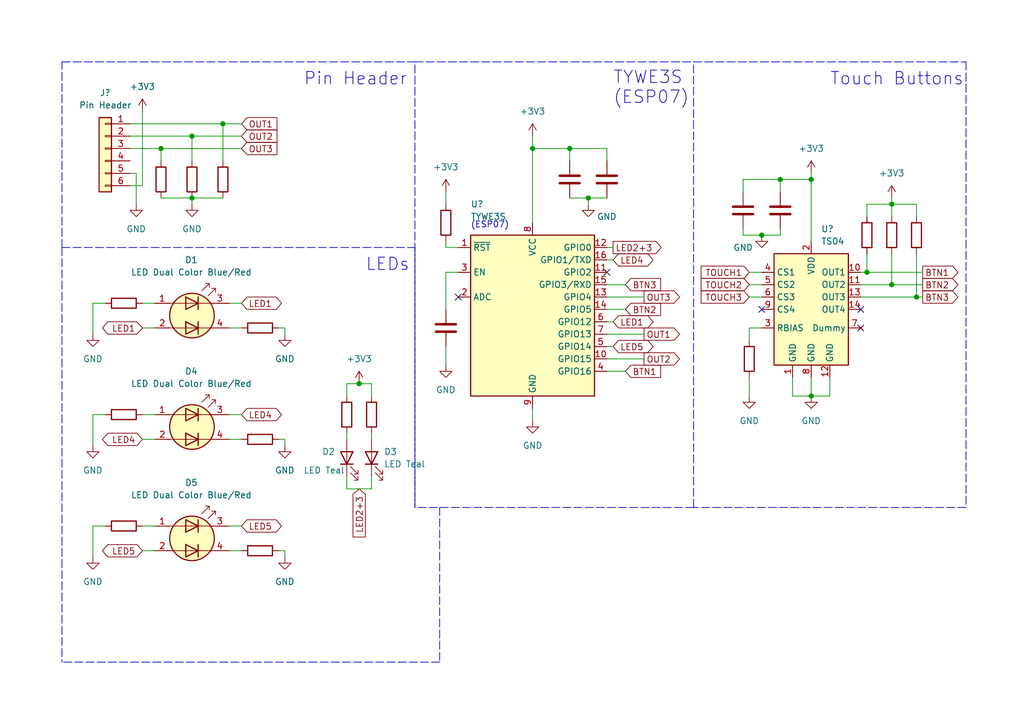
<source format=kicad_sch>
(kicad_sch (version 20211123) (generator eeschema)
  (paper "A5")
  (title_block (title "GoKlug TuYa WiFi 1-3 Way Switch") (date "2022-04-17"))
  (lib_symbols
    (symbol "Connector_Generic:Conn_01x06" (pin_names (offset 1.016) hide)
      (property "Reference" "J" (at 0 7.62 0))
      (property "Value" "Conn_01x06" (at 0 -10.16 0))
      (symbol "Conn_01x06_1_1"
        (rectangle (start -1.27 -7.493) (end 0 -7.747) (stroke (width 0.1524)))
        (rectangle (start -1.27 -4.953) (end 0 -5.207) (stroke (width 0.1524)))
        (rectangle (start -1.27 -2.413) (end 0 -2.667) (stroke (width 0.1524)))
        (rectangle (start -1.27 0.127) (end 0 -0.127) (stroke (width 0.1524)))
        (rectangle (start -1.27 2.667) (end 0 2.413) (stroke (width 0.1524)))
        (rectangle (start -1.27 5.207) (end 0 4.953) (stroke (width 0.1524)))
        (rectangle (start -1.27 6.35) (end 1.27 -8.89) (stroke (width 0.254)) (fill (type background)))
        (pin passive line (at -5.08 5.08 0) (length 3.81) (name "Pin_1") (number "1"))
        (pin passive line (at -5.08 2.54 0) (length 3.81) (name "Pin_2") (number "2"))
        (pin passive line (at -5.08 0 0) (length 3.81) (name "Pin_3") (number "3"))
        (pin passive line (at -5.08 -2.54 0) (length 3.81) (name "Pin_4") (number "4"))
        (pin passive line (at -5.08 -5.08 0) (length 3.81) (name "Pin_5") (number "5"))
        (pin passive line (at -5.08 -7.62 0) (length 3.81) (name "Pin_6") (number "6"))
      )
    )
    (symbol "Device:C" (pin_numbers hide) (pin_names (offset 0.254))
      (property "Reference" "C" (at 0.635 2.54 0))
      (property "Value" "C" (at 0.635 -2.54 0))
      (symbol "C_0_1"
        (polyline (pts (xy -2.032 -0.762) (xy 2.032 -0.762)) (stroke (width 0.508)))
        (polyline (pts (xy -2.032 0.762) (xy 2.032 0.762)) (stroke (width 0.508)))
      )
      (symbol "C_1_1"
        (pin passive line (at 0 3.81 270) (length 2.794) (name "~") (number "1"))
        (pin passive line (at 0 -3.81 90) (length 2.794) (name "~") (number "2"))
      )
    )
    (symbol "Device:LED" (pin_numbers hide) (pin_names (offset 1.016) hide)
      (property "Reference" "D" (at 0 2.54 0))
      (property "Value" "LED" (at 0 -2.54 0))
      (symbol "LED_0_1"
        (polyline (pts (xy -1.27 -1.27) (xy -1.27 1.27)) (stroke (width 0.254)))
        (polyline (pts (xy -1.27 0) (xy 1.27 0)))
        (polyline (pts (xy 1.27 -1.27) (xy 1.27 1.27) (xy -1.27 0) (xy 1.27 -1.27)) (stroke (width 0.254)))
        (polyline (pts (xy -3.048 -0.762) (xy -4.572 -2.286) (xy -3.81 -2.286) (xy -4.572 -2.286) (xy -4.572 -1.524)))
        (polyline (pts (xy -1.778 -0.762) (xy -3.302 -2.286) (xy -2.54 -2.286) (xy -3.302 -2.286) (xy -3.302 -1.524)))
      )
      (symbol "LED_1_1"
        (pin passive line (at -3.81 0 0) (length 2.54) (name "K") (number "1"))
        (pin passive line (at 3.81 0 180) (length 2.54) (name "A") (number "2"))
      )
    )
    (symbol "Device:LED_Dual_AAKK" (pin_names (offset 0) hide)
      (property "Reference" "D" (at 0 5.715 0))
      (property "Value" "LED_Dual_AAKK" (at 0 -6.35 0))
      (symbol "LED_Dual_AAKK_0_1"
        (polyline (pts (xy -5.08 -2.54) (xy 2.032 -2.54)))
        (polyline (pts (xy -5.08 2.54) (xy 2.032 2.54)))
        (polyline (pts (xy 1.27 -1.27) (xy 1.27 -3.81)) (stroke (width 0.254)))
        (polyline (pts (xy 1.27 3.81) (xy 1.27 1.27)) (stroke (width 0.254)))
        (polyline (pts (xy 3.81 -2.54) (xy 1.905 -2.54)))
        (polyline (pts (xy 3.81 2.54) (xy 1.905 2.54)))
        (polyline (pts (xy -1.27 -1.27) (xy -1.27 -3.81) (xy 1.27 -2.54) (xy -1.27 -1.27)) (stroke (width 0.254)))
        (polyline (pts (xy -1.27 3.81) (xy -1.27 1.27) (xy 1.27 2.54) (xy -1.27 3.81)) (stroke (width 0.254)))
        (polyline (pts (xy 2.032 5.08) (xy 3.556 6.604) (xy 2.794 6.604) (xy 3.556 6.604) (xy 3.556 5.842)))
        (polyline (pts (xy 3.302 4.064) (xy 4.826 5.588) (xy 4.064 5.588) (xy 4.826 5.588) (xy 4.826 4.826)))
        (circle (center 0 0) (radius 4.572) (stroke (width 0.254)) (fill (type background)))
      )
      (symbol "LED_Dual_AAKK_1_1"
        (pin input line (at -7.62 2.54 0) (length 3.048) (name "A1") (number "1"))
        (pin input line (at -7.62 -2.54 0) (length 3.048) (name "A2") (number "2"))
        (pin input line (at 7.62 2.54 180) (length 3.81) (name "K1") (number "3"))
        (pin input line (at 7.62 -2.54 180) (length 3.81) (name "K2") (number "4"))
      )
    )
    (symbol "Device:R" (pin_numbers hide) (pin_names (offset 0))
      (property "Reference" "R" (at 2.032 0 90))
      (property "Value" "R" (at 0 0 90))
      (symbol "R_0_1"
        (rectangle (start -1.016 -2.54) (end 1.016 2.54) (stroke (width 0.254)))
      )
      (symbol "R_1_1"
        (pin passive line (at 0 3.81 270) (length 1.27) (name "~") (number "1"))
        (pin passive line (at 0 -3.81 90) (length 1.27) (name "~") (number "2"))
      )
    )
    (symbol "RF_Module:ESP-07"
      (property "Reference" "U" (at -12.7 19.05 0))
      (property "Value" "ESP-07" (at 12.7 19.05 0))
      (symbol "ESP-07_0_1"
        (rectangle (start -12.7 17.78) (end 12.7 -15.24) (stroke (width 0.254)) (fill (type background)))
      )
      (symbol "ESP-07_1_1"
        (pin input line (at -15.24 15.24 0) (length 2.54) (name "~{RST}") (number "1"))
        (pin bidirectional line (at 15.24 -7.62 180) (length 2.54) (name "GPIO15") (number "10"))
        (pin bidirectional line (at 15.24 10.16 180) (length 2.54) (name "GPIO2") (number "11"))
        (pin bidirectional line (at 15.24 15.24 180) (length 2.54) (name "GPIO0") (number "12"))
        (pin bidirectional line (at 15.24 5.08 180) (length 2.54) (name "GPIO4") (number "13"))
        (pin bidirectional line (at 15.24 2.54 180) (length 2.54) (name "GPIO5") (number "14"))
        (pin bidirectional line (at 15.24 7.62 180) (length 2.54) (name "GPIO3/RXD") (number "15"))
        (pin bidirectional line (at 15.24 12.7 180) (length 2.54) (name "GPIO1/TXD") (number "16"))
        (pin input line (at -15.24 5.08 0) (length 2.54) (name "ADC") (number "2"))
        (pin input line (at -15.24 10.16 0) (length 2.54) (name "EN") (number "3"))
        (pin bidirectional line (at 15.24 -10.16 180) (length 2.54) (name "GPIO16") (number "4"))
        (pin bidirectional line (at 15.24 -5.08 180) (length 2.54) (name "GPIO14") (number "5"))
        (pin bidirectional line (at 15.24 0 180) (length 2.54) (name "GPIO12") (number "6"))
        (pin bidirectional line (at 15.24 -2.54 180) (length 2.54) (name "GPIO13") (number "7"))
        (pin power_in line (at 0 20.32 270) (length 2.54) (name "VCC") (number "8"))
        (pin power_in line (at 0 -17.78 90) (length 2.54) (name "GND") (number "9"))
      )
    )
    (symbol "crexy:TS04"
      (property "Reference" "U" (at -7.366 12.9032 0))
      (property "Value" "TS04" (at 5.08 12.7 0))
      (symbol "TS04_0_1"
        (rectangle (start 7.62 11.43) (end -7.62 -11.43) (stroke (width 0.254)) (fill (type background)))
      )
      (symbol "TS04_1_1"
        (pin power_in line (at -3.81 -13.97 90) (length 2.54) (name "GND") (number "1"))
        (pin output line (at 10.16 7.62 180) (length 2.54) (name "OUT1") (number "10"))
        (pin output line (at 10.16 5.08 180) (length 2.54) (name "OUT2") (number "11"))
        (pin power_in line (at 3.81 -13.97 90) (length 2.54) (name "GND") (number "12"))
        (pin output line (at 10.16 2.54 180) (length 2.54) (name "OUT3") (number "13"))
        (pin output line (at 10.16 0 180) (length 2.54) (name "OUT4") (number "14"))
        (pin power_in line (at 0 13.97 270) (length 2.54) (name "VDD") (number "2"))
        (pin input line (at -10.16 -3.81 0) (length 2.54) (name "RBIAS") (number "3"))
        (pin input line (at -10.16 7.62 0) (length 2.54) (name "CS1") (number "4"))
        (pin input line (at -10.16 5.08 0) (length 2.54) (name "CS2") (number "5"))
        (pin input line (at -10.16 2.54 0) (length 2.54) (name "CS3") (number "6"))
        (pin no_connect line (at 10.16 -3.81 180) (length 2.54) (name "Dummy") (number "7"))
        (pin power_in line (at 0 -13.97 90) (length 2.54) (name "GND") (number "8"))
        (pin input line (at -10.16 0 0) (length 2.54) (name "CS4") (number "9"))
      )
    )
    (symbol "power:+3V3" (power) (pin_names (offset 0))
      (property "Value" "+3V3" (at 0 3.556 0))
      (symbol "+3V3_0_1"
        (polyline (pts (xy -0.762 1.27) (xy 0 2.54)))
        (polyline (pts (xy 0 0) (xy 0 2.54)))
        (polyline (pts (xy 0 2.54) (xy 0.762 1.27)))
      )
      (symbol "+3V3_1_1"
        (pin power_in line (at 0 0 90) (length 0) hide (name "+3V3") (number "1"))
      )
    )
    (symbol "power:GND" (power) (pin_names (offset 0))
      (property "Value" "GND" (at 0 -3.81 0))
      (symbol "GND_0_1"
        (polyline (pts (xy 0 0) (xy 0 -1.27) (xy 1.27 -1.27) (xy 0 -2.54) (xy -1.27 -1.27) (xy 0 -1.27)))
      )
      (symbol "GND_1_1"
        (pin power_in line (at 0 0 270) (length 0) hide (name "GND") (number "1"))
      )
    )
  )
  (junction (at 120.65 40.64))
  (junction (at 177.8 55.88))
  (junction (at 73.66 78.74))
  (junction (at 116.84 30.48))
  (junction (at 33.02 30.48))
  (junction (at 39.37 27.94))
  (junction (at 187.96 60.96))
  (junction (at 109.22 30.48))
  (junction (at 45.72 25.4))
  (junction (at 166.37 81.28))
  (junction (at 182.88 41.91))
  (junction (at 39.37 40.64))
  (junction (at 182.88 58.42))
  (junction (at 160.02 36.83))
  (junction (at 166.37 36.83))
  (junction (at 156.21 48.26))
  (no_connect (at 93.98 60.96))
  (no_connect (at 124.46 55.88))
  (no_connect (at 156.21 63.5))
  (no_connect (at 176.53 67.31))
  (no_connect (at 176.53 63.5))
  (wire (pts (xy 160.02 36.83) (xy 160.02 39.37)))
  (wire (pts (xy 45.72 25.4) (xy 45.72 33.02)))
  (wire (pts (xy 153.67 67.31) (xy 156.21 67.31)))
  (wire (pts (xy 120.65 40.64) (xy 124.46 40.64)))
  (wire (pts (xy 71.12 97.79) (xy 71.12 100.33)))
  (wire (pts (xy 177.8 41.91) (xy 182.88 41.91)))
  (wire (pts (xy 124.46 68.58) (xy 132.08 68.58)))
  (wire (pts (xy 124.46 73.66) (xy 132.08 73.66)))
  (wire (pts (xy 58.42 90.17) (xy 58.42 91.44)))
  (polyline (pts (xy 90.17 135.89) (xy 12.7 135.89)))
  (wire (pts (xy 177.8 55.88) (xy 189.23 55.88)))
  (wire (pts (xy 91.44 55.88) (xy 91.44 63.5)))
  (wire (pts (xy 27.94 35.56) (xy 27.94 41.91)))
  (wire (pts (xy 153.67 55.88) (xy 156.21 55.88)))
  (polyline (pts (xy 198.12 104.14) (xy 142.24 104.14)))
  (wire (pts (xy 166.37 35.56) (xy 166.37 36.83)))
  (wire (pts (xy 29.21 107.95) (xy 31.75 107.95)))
  (polyline (pts (xy 85.09 104.14) (xy 85.09 12.7)))
  (wire (pts (xy 116.84 30.48) (xy 116.84 33.02)))
  (polyline (pts (xy 142.24 104.14) (xy 142.24 12.7)))
  (wire (pts (xy 71.12 88.9) (xy 71.12 90.17)))
  (wire (pts (xy 124.46 71.12) (xy 125.73 71.12)))
  (wire (pts (xy 182.88 41.91) (xy 187.96 41.91)))
  (wire (pts (xy 39.37 40.64) (xy 39.37 41.91)))
  (wire (pts (xy 26.67 30.48) (xy 33.02 30.48)))
  (wire (pts (xy 46.99 67.31) (xy 49.53 67.31)))
  (wire (pts (xy 39.37 27.94) (xy 49.53 27.94)))
  (polyline (pts (xy 85.09 12.7) (xy 142.24 12.7)))
  (wire (pts (xy 33.02 30.48) (xy 49.53 30.48)))
  (wire (pts (xy 71.12 81.28) (xy 71.12 78.74)))
  (wire (pts (xy 29.21 67.31) (xy 31.75 67.31)))
  (wire (pts (xy 124.46 60.96) (xy 132.08 60.96)))
  (wire (pts (xy 153.67 58.42) (xy 156.21 58.42)))
  (wire (pts (xy 19.05 68.58) (xy 19.05 62.23)))
  (wire (pts (xy 57.15 67.31) (xy 58.42 67.31)))
  (wire (pts (xy 176.53 55.88) (xy 177.8 55.88)))
  (wire (pts (xy 124.46 76.2) (xy 128.27 76.2)))
  (wire (pts (xy 153.67 69.85) (xy 153.67 67.31)))
  (polyline (pts (xy 12.7 12.7) (xy 85.09 12.7)))
  (wire (pts (xy 29.21 90.17) (xy 31.75 90.17)))
  (wire (pts (xy 76.2 81.28) (xy 76.2 78.74)))
  (wire (pts (xy 58.42 67.31) (xy 58.42 68.58)))
  (wire (pts (xy 124.46 66.04) (xy 125.73 66.04)))
  (wire (pts (xy 182.88 58.42) (xy 189.23 58.42)))
  (wire (pts (xy 116.84 30.48) (xy 124.46 30.48)))
  (polyline (pts (xy 12.7 50.8) (xy 12.7 135.89)))
  (wire (pts (xy 166.37 77.47) (xy 166.37 81.28)))
  (wire (pts (xy 120.65 40.64) (xy 120.65 41.91)))
  (wire (pts (xy 170.18 81.28) (xy 166.37 81.28)))
  (wire (pts (xy 109.22 30.48) (xy 116.84 30.48)))
  (wire (pts (xy 124.46 58.42) (xy 128.27 58.42)))
  (wire (pts (xy 160.02 48.26) (xy 156.21 48.26)))
  (wire (pts (xy 46.99 62.23) (xy 49.53 62.23)))
  (wire (pts (xy 109.22 27.94) (xy 109.22 30.48)))
  (wire (pts (xy 57.15 90.17) (xy 58.42 90.17)))
  (wire (pts (xy 19.05 91.44) (xy 19.05 85.09)))
  (wire (pts (xy 162.56 81.28) (xy 166.37 81.28)))
  (wire (pts (xy 33.02 40.64) (xy 39.37 40.64)))
  (wire (pts (xy 124.46 30.48) (xy 124.46 33.02)))
  (wire (pts (xy 166.37 36.83) (xy 166.37 49.53)))
  (wire (pts (xy 26.67 35.56) (xy 27.94 35.56)))
  (wire (pts (xy 76.2 88.9) (xy 76.2 90.17)))
  (wire (pts (xy 116.84 40.64) (xy 120.65 40.64)))
  (wire (pts (xy 124.46 50.8) (xy 125.73 50.8)))
  (wire (pts (xy 177.8 52.07) (xy 177.8 55.88)))
  (wire (pts (xy 29.21 62.23) (xy 31.75 62.23)))
  (wire (pts (xy 46.99 85.09) (xy 49.53 85.09)))
  (wire (pts (xy 19.05 62.23) (xy 21.59 62.23)))
  (wire (pts (xy 176.53 58.42) (xy 182.88 58.42)))
  (wire (pts (xy 153.67 77.47) (xy 153.67 81.28)))
  (wire (pts (xy 109.22 30.48) (xy 109.22 45.72)))
  (wire (pts (xy 91.44 49.53) (xy 91.44 50.8)))
  (polyline (pts (xy 85.09 50.8) (xy 85.09 104.14)))
  (polyline (pts (xy 142.24 104.14) (xy 85.09 104.14)))
  (wire (pts (xy 58.42 113.03) (xy 58.42 114.3)))
  (wire (pts (xy 160.02 36.83) (xy 166.37 36.83)))
  (wire (pts (xy 177.8 44.45) (xy 177.8 41.91)))
  (polyline (pts (xy 12.7 50.8) (xy 12.7 12.7)))
  (wire (pts (xy 29.21 85.09) (xy 31.75 85.09)))
  (wire (pts (xy 187.96 52.07) (xy 187.96 60.96)))
  (polyline (pts (xy 142.24 12.7) (xy 198.12 12.7)))
  (wire (pts (xy 109.22 83.82) (xy 109.22 86.36)))
  (wire (pts (xy 26.67 27.94) (xy 39.37 27.94)))
  (wire (pts (xy 26.67 25.4) (xy 45.72 25.4)))
  (wire (pts (xy 160.02 46.99) (xy 160.02 48.26)))
  (wire (pts (xy 187.96 60.96) (xy 189.23 60.96)))
  (polyline (pts (xy 12.7 50.8) (xy 85.09 50.8)))
  (wire (pts (xy 71.12 78.74) (xy 73.66 78.74)))
  (wire (pts (xy 152.4 46.99) (xy 152.4 48.26)))
  (wire (pts (xy 187.96 41.91) (xy 187.96 44.45)))
  (wire (pts (xy 91.44 71.12) (xy 91.44 74.93)))
  (wire (pts (xy 46.99 107.95) (xy 49.53 107.95)))
  (wire (pts (xy 46.99 113.03) (xy 49.53 113.03)))
  (wire (pts (xy 170.18 77.47) (xy 170.18 81.28)))
  (wire (pts (xy 182.88 52.07) (xy 182.88 58.42)))
  (wire (pts (xy 19.05 114.3) (xy 19.05 107.95)))
  (wire (pts (xy 182.88 40.64) (xy 182.88 41.91)))
  (wire (pts (xy 91.44 39.37) (xy 91.44 41.91)))
  (polyline (pts (xy 198.12 12.7) (xy 198.12 104.14)))
  (wire (pts (xy 124.46 63.5) (xy 128.27 63.5)))
  (wire (pts (xy 71.12 100.33) (xy 76.2 100.33)))
  (wire (pts (xy 19.05 85.09) (xy 21.59 85.09)))
  (wire (pts (xy 39.37 40.64) (xy 45.72 40.64)))
  (wire (pts (xy 152.4 39.37) (xy 152.4 36.83)))
  (wire (pts (xy 29.21 113.03) (xy 31.75 113.03)))
  (wire (pts (xy 124.46 53.34) (xy 125.73 53.34)))
  (wire (pts (xy 29.21 38.1) (xy 29.21 22.86)))
  (wire (pts (xy 45.72 25.4) (xy 49.53 25.4)))
  (wire (pts (xy 19.05 107.95) (xy 21.59 107.95)))
  (wire (pts (xy 33.02 30.48) (xy 33.02 33.02)))
  (wire (pts (xy 182.88 41.91) (xy 182.88 44.45)))
  (wire (pts (xy 39.37 27.94) (xy 39.37 33.02)))
  (wire (pts (xy 162.56 77.47) (xy 162.56 81.28)))
  (wire (pts (xy 26.67 38.1) (xy 29.21 38.1)))
  (wire (pts (xy 152.4 36.83) (xy 160.02 36.83)))
  (wire (pts (xy 176.53 60.96) (xy 187.96 60.96)))
  (wire (pts (xy 57.15 113.03) (xy 58.42 113.03)))
  (wire (pts (xy 76.2 97.79) (xy 76.2 100.33)))
  (wire (pts (xy 76.2 78.74) (xy 73.66 78.74)))
  (wire (pts (xy 153.67 60.96) (xy 156.21 60.96)))
  (wire (pts (xy 152.4 48.26) (xy 156.21 48.26)))
  (wire (pts (xy 91.44 50.8) (xy 93.98 50.8)))
  (wire (pts (xy 93.98 55.88) (xy 91.44 55.88)))
  (polyline (pts (xy 90.17 104.14) (xy 90.17 135.89)))
  (wire (pts (xy 46.99 90.17) (xy 49.53 90.17)))
  (text "LEDs" (at 74.93 55.88 0) (effects (font (size 2.54 2.54)) (justify left bottom)))
  (text "(ESP07)" (at 96.52 46.99 0) (effects (font (size 1.27 1.27)) (justify left bottom)))
  (text "Touch Buttons" (at 170.18 17.78 0) (effects (font (size 2.54 2.54)) (justify left bottom)))
  (text "TYWE3S\n(ESP07)" (at 125.73 21.59 0) (effects (font (size 2.54 2.54)) (justify left bottom)))
  (text "Pin Header" (at 62.23 17.78 0) (effects (font (size 2.54 2.54)) (justify left bottom)))
  (global_label "TOUCH3" (shape input) (at 153.67 60.96 180) (property "Intersheet References" "${INTERSHEET_REFS}" (effects hide)))
  (global_label "OUT3" (shape input) (at 49.53 30.48 0) (property "Intersheet References" "${INTERSHEET_REFS}" (effects hide)))
  (global_label "BTN2" (shape input) (at 128.27 63.5 0) (property "Intersheet References" "${INTERSHEET_REFS}" (effects hide)))
  (global_label "LED4" (shape bidirectional) (at 29.21 90.17 180) (property "Intersheet References" "${INTERSHEET_REFS}" (effects hide)))
  (global_label "LED5" (shape bidirectional) (at 125.73 71.12 0) (property "Intersheet References" "${INTERSHEET_REFS}" (effects hide)))
  (global_label "OUT3" (shape output) (at 132.08 60.96 0) (property "Intersheet References" "${INTERSHEET_REFS}" (effects hide)))
  (global_label "LED1" (shape bidirectional) (at 49.53 62.23 0) (property "Intersheet References" "${INTERSHEET_REFS}" (effects hide)))
  (global_label "LED5" (shape bidirectional) (at 49.53 107.95 0) (property "Intersheet References" "${INTERSHEET_REFS}" (effects hide)))
  (global_label "BTN1" (shape output) (at 189.23 55.88 0) (property "Intersheet References" "${INTERSHEET_REFS}" (effects hide)))
  (global_label "BTN3" (shape output) (at 189.23 60.96 0) (property "Intersheet References" "${INTERSHEET_REFS}" (effects hide)))
  (global_label "LED1" (shape bidirectional) (at 29.21 67.31 180) (property "Intersheet References" "${INTERSHEET_REFS}" (effects hide)))
  (global_label "OUT1" (shape input) (at 49.53 25.4 0) (property "Intersheet References" "${INTERSHEET_REFS}" (effects hide)))
  (global_label "LED1" (shape bidirectional) (at 125.73 66.04 0) (property "Intersheet References" "${INTERSHEET_REFS}" (effects hide)))
  (global_label "LED2+3" (shape input) (at 73.66 100.33 270) (property "Intersheet References" "${INTERSHEET_REFS}" (effects hide)))
  (global_label "LED5" (shape bidirectional) (at 29.21 113.03 180) (property "Intersheet References" "${INTERSHEET_REFS}" (effects hide)))
  (global_label "LED4" (shape bidirectional) (at 125.73 53.34 0) (property "Intersheet References" "${INTERSHEET_REFS}" (effects hide)))
  (global_label "OUT2" (shape input) (at 49.53 27.94 0) (property "Intersheet References" "${INTERSHEET_REFS}" (effects hide)))
  (global_label "BTN2" (shape output) (at 189.23 58.42 0) (property "Intersheet References" "${INTERSHEET_REFS}" (effects hide)))
  (global_label "BTN1" (shape input) (at 128.27 76.2 0) (property "Intersheet References" "${INTERSHEET_REFS}" (effects hide)))
  (global_label "OUT1" (shape output) (at 132.08 68.58 0) (property "Intersheet References" "${INTERSHEET_REFS}" (effects hide)))
  (global_label "OUT2" (shape output) (at 132.08 73.66 0) (property "Intersheet References" "${INTERSHEET_REFS}" (effects hide)))
  (global_label "LED4" (shape bidirectional) (at 49.53 85.09 0) (property "Intersheet References" "${INTERSHEET_REFS}" (effects hide)))
  (global_label "LED2+3" (shape output) (at 125.73 50.8 0) (property "Intersheet References" "${INTERSHEET_REFS}" (effects hide)))
  (global_label "TOUCH1" (shape input) (at 153.67 55.88 180) (property "Intersheet References" "${INTERSHEET_REFS}" (effects hide)))
  (global_label "TOUCH2" (shape input) (at 153.67 58.42 180) (property "Intersheet References" "${INTERSHEET_REFS}" (effects hide)))
  (global_label "BTN3" (shape input) (at 128.27 58.42 0) (property "Intersheet References" "${INTERSHEET_REFS}" (effects hide)))
  (symbol (lib_id "Device:R") (at 53.34 113.03 90) (unit 1)
    (property "Reference" "R?" (effects hide))
    (property "Value" "R" (effects hide))
  )
  (symbol (lib_id "Device:R") (at 25.4 85.09 90) (unit 1)
    (property "Reference" "R?" (effects hide))
    (property "Value" "R" (effects hide))
  )
  (symbol (lib_id "Device:R") (at 153.67 73.66 0) (unit 1)
    (property "Reference" "R?" (effects hide))
    (property "Value" "R" (effects hide))
  )
  (symbol (lib_id "Device:R") (at 177.8 48.26 0) (unit 1)
    (property "Reference" "R?" (effects hide))
    (property "Value" "R" (effects hide))
  )
  (symbol (lib_id "crexy:TS04") (at 166.37 63.5 0) (unit 1)
    (property "Reference" "U?" (at 168.3894 46.99 0) (effects (justify left)))
    (property "Value" "TS04" (at 168.3894 49.53 0) (effects (justify left)))
    (property "Footprint" "Package_SO:SO-14_3.9x8.65mm_P1.27mm" (effects hide))
    (property "Datasheet" "https://datasheet.lcsc.com/lcsc/1806060432_AD-Semicon-TS04_C95874.pdf" (effects hide))
  )
  (symbol (lib_id "Device:R") (at 76.2 85.09 180) (unit 1)
    (property "Reference" "R?" (effects hide))
    (property "Value" "R" (effects hide))
  )
  (symbol (lib_id "power:GND") (at 153.67 81.28 0) (unit 1)
    (property "Reference" "#PWR?" (effects hide))
    (property "Value" "GND" (at 153.67 86.36 0))
  )
  (symbol (lib_id "power:GND") (at 166.37 81.28 0) (unit 1)
    (property "Reference" "#PWR?" (effects hide))
    (property "Value" "GND" (at 166.37 86.36 0))
  )
  (symbol (lib_id "Device:R") (at 45.72 36.83 0) (unit 1)
    (property "Reference" "R?" (effects hide))
    (property "Value" "R" (effects hide))
  )
  (symbol (lib_id "power:GND") (at 19.05 114.3 0) (unit 1)
    (property "Reference" "#PWR?" (effects hide))
    (property "Value" "GND" (at 19.05 119.38 0))
  )
  (symbol (lib_id "Device:R") (at 39.37 36.83 0) (unit 1)
    (property "Reference" "R?" (effects hide))
    (property "Value" "R" (effects hide))
  )
  (symbol (lib_id "Device:C") (at 124.46 36.83 0) (unit 1)
    (property "Reference" "C?" (effects hide))
    (property "Value" "C" (effects hide))
  )
  (symbol (lib_id "power:GND") (at 58.42 114.3 0) (unit 1)
    (property "Reference" "#PWR?" (effects hide))
    (property "Value" "GND" (at 58.42 119.38 0))
  )
  (symbol (lib_id "Device:R") (at 71.12 85.09 180) (unit 1)
    (property "Reference" "R?" (effects hide))
    (property "Value" "R" (effects hide))
  )
  (symbol (lib_id "Device:R") (at 187.96 48.26 0) (unit 1)
    (property "Reference" "R?" (effects hide))
    (property "Value" "R" (effects hide))
  )
  (symbol (lib_id "power:GND") (at 19.05 91.44 0) (unit 1)
    (property "Reference" "#PWR?" (effects hide))
    (property "Value" "GND" (at 19.05 96.52 0))
  )
  (symbol (lib_id "power:GND") (at 58.42 68.58 0) (unit 1)
    (property "Reference" "#PWR?" (effects hide))
    (property "Value" "GND" (at 58.42 73.66 0))
  )
  (symbol (lib_id "power:+3V3") (at 29.21 22.86 0) (unit 1)
    (property "Reference" "#PWR?" (effects hide))
    (property "Value" "+3V3" (at 29.21 17.78 0))
  )
  (symbol (lib_id "Device:C") (at 152.4 43.18 0) (unit 1)
    (property "Reference" "C?" (effects hide))
    (property "Value" "C" (effects hide))
  )
  (symbol (lib_id "Device:R") (at 25.4 62.23 90) (unit 1)
    (property "Reference" "R?" (effects hide))
    (property "Value" "R" (effects hide))
  )
  (symbol (lib_id "power:+3V3") (at 91.44 39.37 0) (unit 1)
    (property "Reference" "#PWR?" (effects hide))
    (property "Value" "+3V3" (at 91.44 34.29 0))
  )
  (symbol (lib_id "Connector_Generic:Conn_01x06") (at 21.59 30.48 0) (mirror y) (unit 1)
    (property "Reference" "J?" (at 21.59 19.05 0))
    (property "Value" "Pin Header" (at 21.59 21.59 0))
  )
  (symbol (lib_id "Device:R") (at 53.34 90.17 90) (unit 1)
    (property "Reference" "R?" (effects hide))
    (property "Value" "R" (effects hide))
  )
  (symbol (lib_id "power:GND") (at 109.22 86.36 0) (unit 1)
    (property "Reference" "#PWR?" (effects hide))
    (property "Value" "GND" (at 109.22 91.44 0))
  )
  (symbol (lib_id "Device:LED_Dual_AAKK") (at 39.37 64.77 0) (unit 1)
    (property "Reference" "D1" (at 39.243 53.34 0))
    (property "Value" "LED Dual Color Blue/Red" (at 39.243 55.88 0))
  )
  (symbol (lib_id "power:GND") (at 58.42 91.44 0) (unit 1)
    (property "Reference" "#PWR?" (effects hide))
    (property "Value" "GND" (at 58.42 96.52 0))
  )
  (symbol (lib_id "power:+3V3") (at 166.37 35.56 0) (unit 1)
    (property "Reference" "#PWR?" (effects hide))
    (property "Value" "+3V3" (at 166.37 30.48 0))
  )
  (symbol (lib_id "Device:LED") (at 71.12 93.98 90) (unit 1)
    (property "Reference" "D2" (at 66.04 92.71 90) (effects (justify right)))
    (property "Value" "LED Teal" (at 62.23 96.52 90) (effects (justify right)))
  )
  (symbol (lib_id "power:+3V3") (at 109.22 27.94 0) (unit 1)
    (property "Reference" "#PWR?" (effects hide))
    (property "Value" "+3V3" (at 109.22 22.86 0))
  )
  (symbol (lib_id "Device:R") (at 182.88 48.26 0) (unit 1)
    (property "Reference" "R?" (effects hide))
    (property "Value" "R" (effects hide))
  )
  (symbol (lib_id "power:+3V3") (at 73.66 78.74 0) (unit 1)
    (property "Reference" "#PWR?" (effects hide))
    (property "Value" "+3V3" (at 73.66 73.66 0))
  )
  (symbol (lib_id "Device:R") (at 33.02 36.83 0) (unit 1)
    (property "Reference" "R?" (effects hide))
    (property "Value" "R" (effects hide))
  )
  (symbol (lib_id "Device:R") (at 25.4 107.95 90) (unit 1)
    (property "Reference" "R?" (effects hide))
    (property "Value" "R" (effects hide))
  )
  (symbol (lib_id "Device:C") (at 91.44 67.31 0) (unit 1)
    (property "Reference" "C?" (effects hide))
    (property "Value" "C" (effects hide))
  )
  (symbol (lib_id "Device:LED_Dual_AAKK") (at 39.37 87.63 0) (unit 1)
    (property "Reference" "D4" (at 39.243 76.2 0))
    (property "Value" "LED Dual Color Blue/Red" (at 39.243 78.74 0))
  )
  (symbol (lib_id "Device:C") (at 160.02 43.18 0) (unit 1)
    (property "Reference" "C?" (effects hide))
    (property "Value" "C" (effects hide))
  )
  (symbol (lib_id "Device:C") (at 116.84 36.83 0) (unit 1)
    (property "Reference" "C?" (effects hide))
    (property "Value" "C" (effects hide))
  )
  (symbol (lib_id "power:+3V3") (at 182.88 40.64 0) (unit 1)
    (property "Reference" "#PWR?" (effects hide))
    (property "Value" "+3V3" (at 182.88 35.56 0))
  )
  (symbol (lib_id "RF_Module:ESP-07") (at 109.22 66.04 0) (unit 1)
    (property "Reference" "U?" (at 96.52 41.91 0) (effects (justify left)))
    (property "Value" "TYWE3S" (at 96.52 44.45 0) (effects (justify left)))
    (property "Footprint" "RF_Module:ESP-07" (effects hide))
    (property "Datasheet" "http://wiki.ai-thinker.com/_media/esp8266/esp8266_series_modules_user_manual_v1.1.pdf" (effects hide))
  )
  (symbol (lib_id "power:GND") (at 91.44 74.93 0) (unit 1)
    (property "Reference" "#PWR?" (effects hide))
    (property "Value" "GND" (at 91.44 80.01 0))
  )
  (symbol (lib_id "power:GND") (at 27.94 41.91 0) (unit 1)
    (property "Reference" "#PWR?" (effects hide))
    (property "Value" "GND" (at 27.94 46.99 0))
  )
  (symbol (lib_id "Device:R") (at 53.34 67.31 90) (unit 1)
    (property "Reference" "R?" (effects hide))
    (property "Value" "R" (effects hide))
  )
  (symbol (lib_id "Device:R") (at 91.44 45.72 0) (unit 1)
    (property "Reference" "R?" (effects hide))
    (property "Value" "R" (effects hide))
  )
  (symbol (lib_id "power:GND") (at 120.65 41.91 0) (unit 1)
    (property "Reference" "#PWR?" (effects hide))
    (property "Value" "GND" (at 124.46 44.45 0))
  )
  (symbol (lib_id "power:GND") (at 39.37 41.91 0) (unit 1)
    (property "Reference" "#PWR?" (effects hide))
    (property "Value" "GND" (at 39.37 46.99 0))
  )
  (symbol (lib_id "Device:LED_Dual_AAKK") (at 39.37 110.49 0) (unit 1)
    (property "Reference" "D5" (at 39.243 99.06 0))
    (property "Value" "LED Dual Color Blue/Red" (at 39.243 101.6 0))
  )
  (symbol (lib_id "power:GND") (at 19.05 68.58 0) (unit 1)
    (property "Reference" "#PWR?" (effects hide))
    (property "Value" "GND" (at 19.05 73.66 0))
  )
  (symbol (lib_id "power:GND") (at 156.21 48.26 0) (unit 1)
    (property "Reference" "#PWR?" (effects hide))
    (property "Value" "GND" (at 152.4 50.8 0))
  )
  (symbol (lib_id "Device:LED") (at 76.2 93.98 90) (unit 1)
    (property "Reference" "D3" (at 78.74 92.71 90) (effects (justify right)))
    (property "Value" "LED Teal" (at 78.74 95.25 90) (effects (justify right)))
  )
)
</source>
